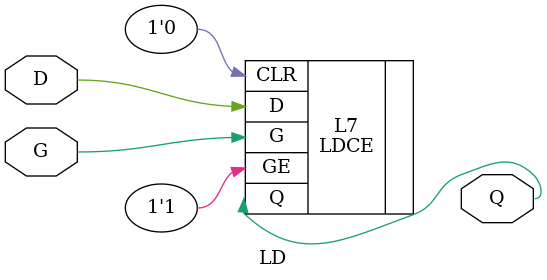
<source format=v>


`timescale  1 ps / 1 ps

module LD (Q, D, G);

    parameter [0:0] INIT = 1'b0;

    output Q;

    input  G, D;

    wire Q;

    LDCE #(.INIT(INIT)) L7 (.Q(Q), .G(G), .GE(1'b1), .CLR(1'b0), .D(D));

endmodule


</source>
